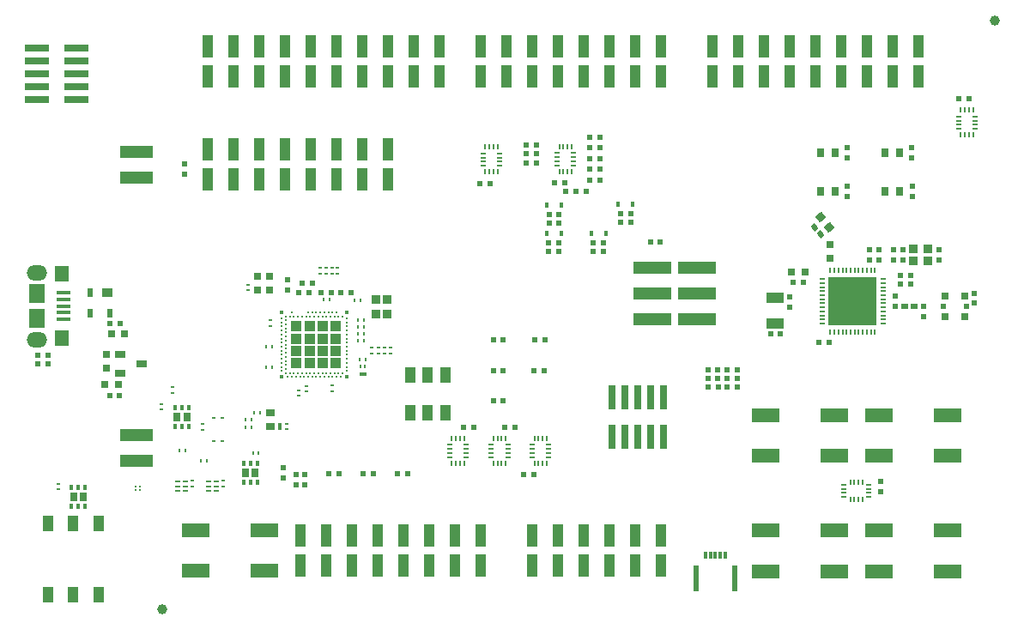
<source format=gtp>
G04*
G04 #@! TF.GenerationSoftware,Altium Limited,Altium Designer,21.4.1 (30)*
G04*
G04 Layer_Color=8421504*
%FSLAX24Y24*%
%MOIN*%
G70*
G04*
G04 #@! TF.SameCoordinates,516B4A6D-3ECB-46AA-BE42-5657E3C56184*
G04*
G04*
G04 #@! TF.FilePolarity,Positive*
G04*
G01*
G75*
G04:AMPARAMS|DCode=27|XSize=43.3mil|YSize=39.4mil|CornerRadius=3mil|HoleSize=0mil|Usage=FLASHONLY|Rotation=180.000|XOffset=0mil|YOffset=0mil|HoleType=Round|Shape=RoundedRectangle|*
%AMROUNDEDRECTD27*
21,1,0.0433,0.0335,0,0,180.0*
21,1,0.0374,0.0394,0,0,180.0*
1,1,0.0059,-0.0187,0.0167*
1,1,0.0059,0.0187,0.0167*
1,1,0.0059,0.0187,-0.0167*
1,1,0.0059,-0.0187,-0.0167*
%
%ADD27ROUNDEDRECTD27*%
%ADD28O,0.0787X0.0591*%
%ADD29R,0.0207X0.0098*%
%ADD30R,0.1083X0.0551*%
%ADD31O,0.0071X0.0240*%
%ADD32O,0.0240X0.0071*%
%ADD33R,0.0394X0.0591*%
%ADD34R,0.0106X0.0118*%
%ADD35R,0.0320X0.0300*%
%ADD36R,0.0157X0.0098*%
%ADD37R,0.0157X0.0276*%
%ADD38R,0.0394X0.0630*%
%ADD39R,0.0118X0.0106*%
%ADD40R,0.0236X0.0197*%
%ADD41C,0.0098*%
%ADD42R,0.0197X0.0236*%
%ADD43R,0.0217X0.0236*%
%ADD44R,0.0236X0.0217*%
%ADD45C,0.0167*%
%ADD46R,0.0276X0.0157*%
%ADD47R,0.0098X0.0157*%
%ADD48R,0.0315X0.0295*%
%ADD49R,0.0335X0.0374*%
%ADD50R,0.0295X0.0315*%
%ADD51R,0.0551X0.0630*%
%ADD52R,0.0610X0.0748*%
%ADD53R,0.0531X0.0157*%
%ADD54R,0.0256X0.0197*%
%ADD55R,0.0300X0.0320*%
%ADD56R,0.0402X0.0862*%
%ADD57R,0.0709X0.0394*%
G04:AMPARAMS|DCode=58|XSize=31.5mil|YSize=29.5mil|CornerRadius=0mil|HoleSize=0mil|Usage=FLASHONLY|Rotation=40.000|XOffset=0mil|YOffset=0mil|HoleType=Round|Shape=Rectangle|*
%AMROTATEDRECTD58*
4,1,4,-0.0026,-0.0214,-0.0216,0.0012,0.0026,0.0214,0.0216,-0.0012,-0.0026,-0.0214,0.0*
%
%ADD58ROTATEDRECTD58*%

G04:AMPARAMS|DCode=59|XSize=19.7mil|YSize=25.6mil|CornerRadius=0mil|HoleSize=0mil|Usage=FLASHONLY|Rotation=40.000|XOffset=0mil|YOffset=0mil|HoleType=Round|Shape=Rectangle|*
%AMROTATEDRECTD59*
4,1,4,0.0007,-0.0161,-0.0158,0.0035,-0.0007,0.0161,0.0158,-0.0035,0.0007,-0.0161,0.0*
%
%ADD59ROTATEDRECTD59*%

%ADD60R,0.0142X0.0098*%
%ADD61R,0.0236X0.0335*%
%ADD62R,0.0394X0.0335*%
%ADD63R,0.0157X0.0197*%
%ADD64C,0.0394*%
%ADD65R,0.0228X0.0197*%
%ADD66R,0.0315X0.0295*%
%ADD67R,0.1500X0.0500*%
%ADD68R,0.0299X0.0945*%
%ADD69R,0.0945X0.0299*%
%ADD70R,0.1252X0.0500*%
%ADD71R,0.1850X0.1850*%
%ADD72O,0.0079X0.0256*%
%ADD73O,0.0256X0.0079*%
%ADD74R,0.0400X0.0300*%
%ADD75R,0.0374X0.0335*%
%ADD76R,0.0236X0.1024*%
%ADD77R,0.0118X0.0315*%
%ADD78R,0.0280X0.0362*%
%ADD79R,0.0165X0.0217*%
%ADD80C,0.0087*%
D27*
X12391Y11705D02*
D03*
X11880D02*
D03*
X11368D02*
D03*
X10856D02*
D03*
X12391Y11232D02*
D03*
X11880D02*
D03*
X11368D02*
D03*
X10856D02*
D03*
X12391Y10760D02*
D03*
X11880D02*
D03*
X11368D02*
D03*
X10856D02*
D03*
Y10287D02*
D03*
X11368D02*
D03*
X11880D02*
D03*
X12391D02*
D03*
D28*
X765Y11197D02*
D03*
Y13795D02*
D03*
D29*
X7743Y5303D02*
D03*
Y5500D02*
D03*
Y5697D02*
D03*
X7457Y5303D02*
D03*
Y5500D02*
D03*
Y5697D02*
D03*
X6543Y5303D02*
D03*
Y5500D02*
D03*
Y5697D02*
D03*
X6257Y5303D02*
D03*
Y5500D02*
D03*
Y5697D02*
D03*
D30*
X6941Y3783D02*
D03*
Y2209D02*
D03*
X9599Y3783D02*
D03*
Y2209D02*
D03*
X33491Y3774D02*
D03*
Y2199D02*
D03*
X36149Y3774D02*
D03*
Y2199D02*
D03*
X29091Y3774D02*
D03*
Y2199D02*
D03*
X31749Y3774D02*
D03*
Y2199D02*
D03*
X36149Y6669D02*
D03*
Y8244D02*
D03*
X33491Y6669D02*
D03*
Y8244D02*
D03*
X31749Y6669D02*
D03*
Y8244D02*
D03*
X29091Y6669D02*
D03*
Y8244D02*
D03*
D31*
X20566Y6388D02*
D03*
X20409D02*
D03*
X20251D02*
D03*
X20094D02*
D03*
Y7352D02*
D03*
X20251D02*
D03*
X20409D02*
D03*
X20566D02*
D03*
X18502Y7352D02*
D03*
X18660D02*
D03*
X18817D02*
D03*
X18975D02*
D03*
Y6388D02*
D03*
X18817D02*
D03*
X18660D02*
D03*
X18502D02*
D03*
X17049Y7352D02*
D03*
X17206D02*
D03*
X17364D02*
D03*
Y6388D02*
D03*
X17206D02*
D03*
X17049D02*
D03*
X16891D02*
D03*
Y7352D02*
D03*
X32833Y5645D02*
D03*
X32675D02*
D03*
X32518D02*
D03*
X32360D02*
D03*
Y4995D02*
D03*
X32518D02*
D03*
X32675D02*
D03*
X32833D02*
D03*
X36654Y19138D02*
D03*
X36811D02*
D03*
X36969D02*
D03*
X37126D02*
D03*
Y20102D02*
D03*
X36969D02*
D03*
X36811D02*
D03*
X36654D02*
D03*
X18662Y18670D02*
D03*
X18505D02*
D03*
X18347D02*
D03*
X18190D02*
D03*
Y17705D02*
D03*
X18347D02*
D03*
X18505D02*
D03*
X18662D02*
D03*
X21536Y18682D02*
D03*
X21378D02*
D03*
X21221D02*
D03*
X21063D02*
D03*
Y17718D02*
D03*
X21221D02*
D03*
X21378D02*
D03*
X21536D02*
D03*
D32*
X20005Y6634D02*
D03*
Y6791D02*
D03*
Y6949D02*
D03*
Y7106D02*
D03*
X20655D02*
D03*
Y6949D02*
D03*
Y6791D02*
D03*
Y6634D02*
D03*
X19063Y7106D02*
D03*
Y6949D02*
D03*
Y6791D02*
D03*
Y6634D02*
D03*
X18414D02*
D03*
Y6791D02*
D03*
Y6949D02*
D03*
Y7106D02*
D03*
X17452D02*
D03*
Y6949D02*
D03*
Y6791D02*
D03*
Y6634D02*
D03*
X16803D02*
D03*
Y6791D02*
D03*
Y6949D02*
D03*
Y7106D02*
D03*
X32114Y5556D02*
D03*
Y5399D02*
D03*
Y5241D02*
D03*
Y5084D02*
D03*
X33079D02*
D03*
Y5241D02*
D03*
Y5399D02*
D03*
Y5556D02*
D03*
X36565Y19856D02*
D03*
Y19699D02*
D03*
Y19541D02*
D03*
Y19384D02*
D03*
X37215D02*
D03*
Y19541D02*
D03*
Y19699D02*
D03*
Y19856D02*
D03*
X18751Y17952D02*
D03*
Y18109D02*
D03*
Y18266D02*
D03*
Y18424D02*
D03*
X18101D02*
D03*
Y18266D02*
D03*
Y18109D02*
D03*
Y17952D02*
D03*
X21624Y17964D02*
D03*
Y18121D02*
D03*
Y18279D02*
D03*
Y18436D02*
D03*
X20975D02*
D03*
Y18279D02*
D03*
Y18121D02*
D03*
Y17964D02*
D03*
D33*
X3164Y4047D02*
D03*
X1196D02*
D03*
X2180D02*
D03*
Y1291D02*
D03*
X1196D02*
D03*
X3164D02*
D03*
D34*
X13474Y11413D02*
D03*
X13250D02*
D03*
X13107Y12707D02*
D03*
X13250Y11940D02*
D03*
Y11150D02*
D03*
X9909Y10917D02*
D03*
X9898Y10130D02*
D03*
X13317Y10421D02*
D03*
X13541D02*
D03*
X9450Y8366D02*
D03*
X9225D02*
D03*
X13474Y11940D02*
D03*
X11907Y12746D02*
D03*
X12132D02*
D03*
X13331Y12707D02*
D03*
X13474Y11150D02*
D03*
X13250Y11676D02*
D03*
X13474D02*
D03*
X9674Y10130D02*
D03*
X9684Y10917D02*
D03*
X6542Y6890D02*
D03*
X6318D02*
D03*
X7382Y6470D02*
D03*
X7158D02*
D03*
X9392Y6770D02*
D03*
X9168D02*
D03*
X8889Y8071D02*
D03*
X9113D02*
D03*
X8889Y7771D02*
D03*
X9113D02*
D03*
D35*
X9832Y7816D02*
D03*
Y8366D02*
D03*
D36*
X10483Y7905D02*
D03*
Y7727D02*
D03*
D37*
X10208Y7816D02*
D03*
D38*
X15266Y9808D02*
D03*
X15955D02*
D03*
X16644D02*
D03*
Y8352D02*
D03*
X15955D02*
D03*
X15266D02*
D03*
D39*
X12005Y13977D02*
D03*
Y13752D02*
D03*
X11783Y13977D02*
D03*
Y13752D02*
D03*
X12254Y9424D02*
D03*
X9852Y11944D02*
D03*
X11257Y9395D02*
D03*
X10953Y9008D02*
D03*
Y9232D02*
D03*
X14514Y10661D02*
D03*
Y10886D02*
D03*
X13789Y10661D02*
D03*
Y10886D02*
D03*
X12450Y13752D02*
D03*
Y13977D02*
D03*
X12228Y13752D02*
D03*
Y13977D02*
D03*
X8961Y13332D02*
D03*
Y13108D02*
D03*
X12254Y9200D02*
D03*
X11257Y9171D02*
D03*
X9852Y11719D02*
D03*
X6030Y9342D02*
D03*
Y9118D02*
D03*
X8000Y5712D02*
D03*
Y5488D02*
D03*
X6800Y5712D02*
D03*
Y5488D02*
D03*
X7200Y7912D02*
D03*
Y7688D02*
D03*
X14030Y10661D02*
D03*
Y10886D02*
D03*
X14272Y10661D02*
D03*
Y10886D02*
D03*
X5620Y8468D02*
D03*
Y8692D02*
D03*
X1620Y5592D02*
D03*
Y5368D02*
D03*
D40*
X11818Y13028D02*
D03*
X34318Y13362D02*
D03*
X34711D02*
D03*
X20077Y5940D02*
D03*
X19683D02*
D03*
X30552Y13432D02*
D03*
X30158D02*
D03*
X34318Y13692D02*
D03*
X34711D02*
D03*
X29259Y11408D02*
D03*
X29653D02*
D03*
X3593Y9016D02*
D03*
X3987D02*
D03*
X10932Y13020D02*
D03*
X11326D02*
D03*
X27227Y9350D02*
D03*
X26833D02*
D03*
X27967D02*
D03*
X27573D02*
D03*
X36573Y20540D02*
D03*
X36967D02*
D03*
X17986Y17258D02*
D03*
X18380D02*
D03*
X20873Y17278D02*
D03*
X21267D02*
D03*
X20654Y14618D02*
D03*
X21048D02*
D03*
X22386Y14625D02*
D03*
X22780D02*
D03*
X12212Y13028D02*
D03*
X31532Y11072D02*
D03*
X31138D02*
D03*
X1215Y10236D02*
D03*
X822D02*
D03*
X4013Y11806D02*
D03*
X3619D02*
D03*
X12591Y13028D02*
D03*
X12985D02*
D03*
X11088Y13374D02*
D03*
X11482D02*
D03*
X21057Y15708D02*
D03*
X20663D02*
D03*
X23838Y15737D02*
D03*
X23444D02*
D03*
X19327Y7800D02*
D03*
X18933D02*
D03*
X17747D02*
D03*
X17353D02*
D03*
D41*
X11781Y12256D02*
D03*
X12805Y11862D02*
D03*
X12490Y12098D02*
D03*
X12805Y9972D02*
D03*
Y11232D02*
D03*
X12254Y9736D02*
D03*
X11624D02*
D03*
X10915Y12098D02*
D03*
X10285Y11390D02*
D03*
Y10130D02*
D03*
Y10917D02*
D03*
Y10445D02*
D03*
Y11862D02*
D03*
Y12020D02*
D03*
X11151Y9736D02*
D03*
X10521D02*
D03*
X10836D02*
D03*
X12805Y10130D02*
D03*
Y10287D02*
D03*
X12332Y12098D02*
D03*
X12175D02*
D03*
X10679Y12256D02*
D03*
X11309D02*
D03*
X11466D02*
D03*
X11624D02*
D03*
X11939D02*
D03*
X12096D02*
D03*
X12254D02*
D03*
X10443Y12098D02*
D03*
X10600D02*
D03*
X10758D02*
D03*
X11073D02*
D03*
X11230D02*
D03*
X11387D02*
D03*
X11545D02*
D03*
X11702D02*
D03*
X11860D02*
D03*
X12017D02*
D03*
X12805Y12020D02*
D03*
X10443Y11941D02*
D03*
Y11783D02*
D03*
X10285Y11705D02*
D03*
X12805D02*
D03*
X10443Y11626D02*
D03*
X10285Y11547D02*
D03*
X12805D02*
D03*
X10443Y11468D02*
D03*
X12805Y11390D02*
D03*
X10443Y11311D02*
D03*
X10285Y11232D02*
D03*
X10443Y11153D02*
D03*
X10285Y11075D02*
D03*
X12805D02*
D03*
X10443Y10996D02*
D03*
X12805Y10917D02*
D03*
X10443Y10839D02*
D03*
X10285Y10760D02*
D03*
X12805D02*
D03*
X10443Y10681D02*
D03*
X10285Y10602D02*
D03*
X12805D02*
D03*
X10443Y10524D02*
D03*
X12805Y10445D02*
D03*
X10443Y10366D02*
D03*
X10285Y10287D02*
D03*
X10443Y10209D02*
D03*
Y10051D02*
D03*
Y9894D02*
D03*
X10600D02*
D03*
X10758D02*
D03*
X10915D02*
D03*
X11073D02*
D03*
X11230D02*
D03*
X11387D02*
D03*
X11545D02*
D03*
X11702D02*
D03*
X11860D02*
D03*
X12017D02*
D03*
X12175D02*
D03*
X12332D02*
D03*
X12490D02*
D03*
X10679Y9736D02*
D03*
X10994D02*
D03*
X11309D02*
D03*
X11466D02*
D03*
X11781D02*
D03*
X11939D02*
D03*
X12096D02*
D03*
X10285Y9972D02*
D03*
X12647Y12098D02*
D03*
Y9894D02*
D03*
X12411Y9736D02*
D03*
X12569D02*
D03*
X12411Y12256D02*
D03*
D42*
X10515Y13123D02*
D03*
X35200Y12483D02*
D03*
Y12089D02*
D03*
X10515Y13517D02*
D03*
X30016Y12452D02*
D03*
Y12845D02*
D03*
X37189Y12605D02*
D03*
Y12998D02*
D03*
X34395Y14295D02*
D03*
Y14689D02*
D03*
X34045Y14295D02*
D03*
Y14689D02*
D03*
X33485Y14295D02*
D03*
Y14689D02*
D03*
X33105Y14295D02*
D03*
Y14689D02*
D03*
X35795Y14689D02*
D03*
Y14295D02*
D03*
X34105Y12878D02*
D03*
Y12485D02*
D03*
X33527Y5687D02*
D03*
Y5293D02*
D03*
D43*
X10839Y5945D02*
D03*
X6520Y17619D02*
D03*
Y18013D02*
D03*
X11179Y5945D02*
D03*
Y5552D02*
D03*
X32250Y18253D02*
D03*
Y18647D02*
D03*
X34740Y18253D02*
D03*
Y18647D02*
D03*
X32250Y16753D02*
D03*
Y17147D02*
D03*
X34760Y16753D02*
D03*
Y17147D02*
D03*
X10839Y5552D02*
D03*
X10341Y6223D02*
D03*
Y5829D02*
D03*
D44*
X21710Y16938D02*
D03*
X21316D02*
D03*
X27965Y10016D02*
D03*
X27572D02*
D03*
X26832D02*
D03*
X27225D02*
D03*
X26832Y9686D02*
D03*
X27225D02*
D03*
X27965D02*
D03*
X27572D02*
D03*
X20467Y9980D02*
D03*
X20073D02*
D03*
X1215Y10586D02*
D03*
X822D02*
D03*
X18887Y9980D02*
D03*
X18493D02*
D03*
X20163Y18058D02*
D03*
X19769D02*
D03*
X20163Y18408D02*
D03*
X19769D02*
D03*
X20163Y18758D02*
D03*
X19769D02*
D03*
X22646Y17386D02*
D03*
X22253D02*
D03*
X22646Y17806D02*
D03*
X22253D02*
D03*
X22646Y18226D02*
D03*
X22253D02*
D03*
X22646Y18646D02*
D03*
X22253D02*
D03*
X22646Y19066D02*
D03*
X22253D02*
D03*
X22104Y16938D02*
D03*
X21710D02*
D03*
X24987Y14990D02*
D03*
X24593D02*
D03*
X21057Y16048D02*
D03*
X20663D02*
D03*
X21048Y14958D02*
D03*
X20654D02*
D03*
X22780Y14965D02*
D03*
X22386D02*
D03*
X23838Y16077D02*
D03*
X23444D02*
D03*
X12497Y5993D02*
D03*
X12103D02*
D03*
X18887Y8830D02*
D03*
X18493D02*
D03*
X15167Y5993D02*
D03*
X14773D02*
D03*
X20507Y11180D02*
D03*
X20113D02*
D03*
X18887D02*
D03*
X18493D02*
D03*
X13830Y5993D02*
D03*
X13437D02*
D03*
D45*
X12805Y12256D02*
D03*
Y9736D02*
D03*
X10285D02*
D03*
Y12256D02*
D03*
D46*
X13429Y9860D02*
D03*
D47*
X13517Y10136D02*
D03*
X13340D02*
D03*
D48*
X9809Y13104D02*
D03*
Y13636D02*
D03*
X9349Y13104D02*
D03*
Y13636D02*
D03*
X3470Y10612D02*
D03*
Y10080D02*
D03*
X31565Y14869D02*
D03*
Y14338D02*
D03*
D49*
X13937Y12743D02*
D03*
X14390D02*
D03*
Y12172D02*
D03*
X13937D02*
D03*
D50*
X30089Y13832D02*
D03*
X30620D02*
D03*
X3956Y9436D02*
D03*
X3424D02*
D03*
X3660Y11406D02*
D03*
X4192D02*
D03*
D51*
X1730Y13756D02*
D03*
Y11236D02*
D03*
D52*
X765Y12024D02*
D03*
Y12968D02*
D03*
D53*
X1818Y11984D02*
D03*
Y12240D02*
D03*
Y13008D02*
D03*
Y12752D02*
D03*
Y12496D02*
D03*
D54*
X34842Y12482D02*
D03*
X34468D02*
D03*
D55*
X31775Y18440D02*
D03*
X31225D02*
D03*
X34275D02*
D03*
X33725D02*
D03*
X31775Y16940D02*
D03*
X31225D02*
D03*
X33725D02*
D03*
X34275D02*
D03*
D56*
X13000Y2419D02*
D03*
X17000D02*
D03*
X13000Y3573D02*
D03*
X17000D02*
D03*
X12000Y2419D02*
D03*
X11000D02*
D03*
X16000D02*
D03*
X15000D02*
D03*
X18000D02*
D03*
X12000Y3573D02*
D03*
X11000D02*
D03*
X16000Y3573D02*
D03*
X15000Y3573D02*
D03*
X18000D02*
D03*
X14000Y2419D02*
D03*
Y3573D02*
D03*
X22000Y2419D02*
D03*
Y3573D02*
D03*
X20000Y2419D02*
D03*
X21000D02*
D03*
X24000D02*
D03*
X25000D02*
D03*
X20000Y3573D02*
D03*
X21000D02*
D03*
X24000D02*
D03*
X25000D02*
D03*
X23000Y2419D02*
D03*
X23000Y3573D02*
D03*
X13400Y18573D02*
D03*
Y17419D02*
D03*
X14400Y18573D02*
D03*
Y17419D02*
D03*
X8400Y18573D02*
D03*
Y17419D02*
D03*
X9400D02*
D03*
Y18573D02*
D03*
X10400Y17419D02*
D03*
Y18573D02*
D03*
X12400Y17419D02*
D03*
Y18573D02*
D03*
X11400Y17419D02*
D03*
Y18573D02*
D03*
X7400D02*
D03*
Y17419D02*
D03*
X23000Y22573D02*
D03*
X19000D02*
D03*
X23000Y21419D02*
D03*
X19000D02*
D03*
X24000Y22573D02*
D03*
X25000D02*
D03*
X20000D02*
D03*
X21000D02*
D03*
X18000D02*
D03*
X24000Y21419D02*
D03*
X25000D02*
D03*
X20000Y21419D02*
D03*
X21000Y21419D02*
D03*
X18000D02*
D03*
X22000Y22573D02*
D03*
Y21419D02*
D03*
X14400Y22573D02*
D03*
X10400D02*
D03*
X14400Y21419D02*
D03*
X10400Y21419D02*
D03*
X16400Y22573D02*
D03*
X15400D02*
D03*
X12400D02*
D03*
X11400D02*
D03*
X9400D02*
D03*
X8400D02*
D03*
X16400Y21419D02*
D03*
X15400D02*
D03*
X12400D02*
D03*
X11400D02*
D03*
X9400D02*
D03*
X8400Y21419D02*
D03*
X13400Y22573D02*
D03*
X7400D02*
D03*
X13400Y21419D02*
D03*
X7400D02*
D03*
X27000Y21419D02*
D03*
Y22573D02*
D03*
X33000D02*
D03*
X29000D02*
D03*
X33000Y21419D02*
D03*
X29000D02*
D03*
X34000Y22573D02*
D03*
X35000D02*
D03*
X30000D02*
D03*
X31000D02*
D03*
X28000D02*
D03*
X34000Y21419D02*
D03*
X35000D02*
D03*
X30000Y21419D02*
D03*
X31000Y21419D02*
D03*
X28000D02*
D03*
X32000Y22573D02*
D03*
Y21419D02*
D03*
D57*
X29456Y11826D02*
D03*
Y12811D02*
D03*
D58*
X31546Y15560D02*
D03*
X31204Y15967D02*
D03*
D59*
X31225Y15280D02*
D03*
X30985Y15567D02*
D03*
D60*
X7635Y8146D02*
D03*
X7965D02*
D03*
X7635Y7246D02*
D03*
X7965D02*
D03*
D61*
X3600Y12222D02*
D03*
X2852D02*
D03*
Y13030D02*
D03*
D62*
X3521D02*
D03*
D63*
X20587Y16418D02*
D03*
X21138D02*
D03*
X20587Y15328D02*
D03*
X21139D02*
D03*
X22307D02*
D03*
X22859D02*
D03*
X23357Y16450D02*
D03*
X23909D02*
D03*
D64*
X37973Y23596D02*
D03*
X5630Y730D02*
D03*
D65*
X36875Y12482D02*
D03*
X35962D02*
D03*
D66*
X36793Y12078D02*
D03*
Y12885D02*
D03*
X36045D02*
D03*
Y12078D02*
D03*
D67*
X24675Y13996D02*
D03*
X26425D02*
D03*
X24675Y12996D02*
D03*
X26425D02*
D03*
X24675Y11996D02*
D03*
X26425D02*
D03*
D68*
X23120Y8965D02*
D03*
X23620D02*
D03*
X24120D02*
D03*
X24620D02*
D03*
X25120D02*
D03*
X23120Y7430D02*
D03*
X23620D02*
D03*
X24120D02*
D03*
X24620D02*
D03*
X25120D02*
D03*
D69*
X2298Y22506D02*
D03*
Y22006D02*
D03*
Y21506D02*
D03*
Y21006D02*
D03*
Y20506D02*
D03*
X762Y22506D02*
D03*
Y22006D02*
D03*
Y21506D02*
D03*
Y21006D02*
D03*
Y20506D02*
D03*
D70*
X4650Y6496D02*
D03*
Y7496D02*
D03*
Y17496D02*
D03*
Y18496D02*
D03*
D71*
X32455Y12682D02*
D03*
D72*
X31589Y13873D02*
D03*
X31746D02*
D03*
X31903D02*
D03*
X32061D02*
D03*
X32218D02*
D03*
X32376D02*
D03*
X32533D02*
D03*
X32691D02*
D03*
X32848D02*
D03*
X33006D02*
D03*
X33163D02*
D03*
X33321D02*
D03*
Y11491D02*
D03*
X33163D02*
D03*
X33006D02*
D03*
X32848D02*
D03*
X32691D02*
D03*
X32533D02*
D03*
X32376D02*
D03*
X32218D02*
D03*
X32061D02*
D03*
X31903D02*
D03*
X31746D02*
D03*
X31589D02*
D03*
D73*
X33646Y13548D02*
D03*
Y13390D02*
D03*
Y13233D02*
D03*
Y13075D02*
D03*
Y12918D02*
D03*
Y12760D02*
D03*
Y12603D02*
D03*
Y12445D02*
D03*
Y12288D02*
D03*
Y12130D02*
D03*
Y11973D02*
D03*
Y11815D02*
D03*
X31264D02*
D03*
Y11973D02*
D03*
Y12130D02*
D03*
Y12288D02*
D03*
Y12445D02*
D03*
Y12603D02*
D03*
Y12760D02*
D03*
Y12918D02*
D03*
Y13075D02*
D03*
Y13233D02*
D03*
Y13390D02*
D03*
Y13548D02*
D03*
D74*
X4827Y10252D02*
D03*
X4000Y9878D02*
D03*
Y10626D02*
D03*
D75*
X35380Y14265D02*
D03*
Y14718D02*
D03*
X34809D02*
D03*
Y14265D02*
D03*
D76*
X27872Y1914D02*
D03*
X26376D02*
D03*
D77*
X27321Y2820D02*
D03*
X27124D02*
D03*
X26927D02*
D03*
X26730D02*
D03*
X27517D02*
D03*
D78*
X2567Y5090D02*
D03*
X2193D02*
D03*
X6223Y8190D02*
D03*
X6597D02*
D03*
X9257Y6020D02*
D03*
X8883D02*
D03*
D79*
X2124Y5462D02*
D03*
X2380D02*
D03*
X2636D02*
D03*
Y4718D02*
D03*
X2380D02*
D03*
X2124D02*
D03*
X6666Y7818D02*
D03*
X6410D02*
D03*
X6154D02*
D03*
Y8562D02*
D03*
X6410D02*
D03*
X6666D02*
D03*
X8814Y6392D02*
D03*
X9070D02*
D03*
X9326D02*
D03*
Y5648D02*
D03*
X9070D02*
D03*
X8814D02*
D03*
D80*
X4611Y5499D02*
D03*
X4769D02*
D03*
X4611Y5341D02*
D03*
X4769D02*
D03*
M02*

</source>
